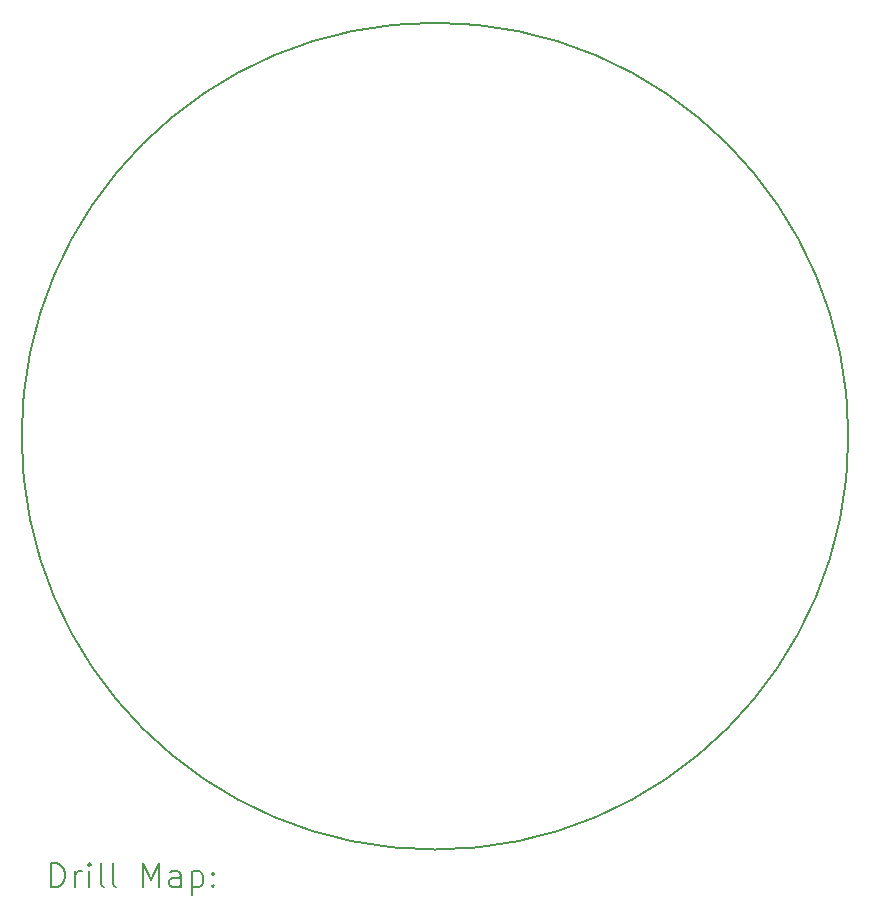
<source format=gbr>
%TF.GenerationSoftware,KiCad,Pcbnew,(6.0.7-1)-1*%
%TF.CreationDate,2022-10-21T21:52:49-07:00*%
%TF.ProjectId,ChristmasCountdown2022,43687269-7374-46d6-9173-436f756e7464,rev?*%
%TF.SameCoordinates,Original*%
%TF.FileFunction,Drillmap*%
%TF.FilePolarity,Positive*%
%FSLAX45Y45*%
G04 Gerber Fmt 4.5, Leading zero omitted, Abs format (unit mm)*
G04 Created by KiCad (PCBNEW (6.0.7-1)-1) date 2022-10-21 21:52:49*
%MOMM*%
%LPD*%
G01*
G04 APERTURE LIST*
%ADD10C,0.150000*%
%ADD11C,0.200000*%
G04 APERTURE END LIST*
D10*
X18500000Y-10000000D02*
G75*
G03*
X18500000Y-10000000I-3500000J0D01*
G01*
D11*
X11750119Y-13817976D02*
X11750119Y-13617976D01*
X11797738Y-13617976D01*
X11826309Y-13627500D01*
X11845357Y-13646548D01*
X11854881Y-13665595D01*
X11864405Y-13703690D01*
X11864405Y-13732262D01*
X11854881Y-13770357D01*
X11845357Y-13789405D01*
X11826309Y-13808452D01*
X11797738Y-13817976D01*
X11750119Y-13817976D01*
X11950119Y-13817976D02*
X11950119Y-13684643D01*
X11950119Y-13722738D02*
X11959643Y-13703690D01*
X11969167Y-13694167D01*
X11988214Y-13684643D01*
X12007262Y-13684643D01*
X12073928Y-13817976D02*
X12073928Y-13684643D01*
X12073928Y-13617976D02*
X12064405Y-13627500D01*
X12073928Y-13637024D01*
X12083452Y-13627500D01*
X12073928Y-13617976D01*
X12073928Y-13637024D01*
X12197738Y-13817976D02*
X12178690Y-13808452D01*
X12169167Y-13789405D01*
X12169167Y-13617976D01*
X12302500Y-13817976D02*
X12283452Y-13808452D01*
X12273928Y-13789405D01*
X12273928Y-13617976D01*
X12531071Y-13817976D02*
X12531071Y-13617976D01*
X12597738Y-13760833D01*
X12664405Y-13617976D01*
X12664405Y-13817976D01*
X12845357Y-13817976D02*
X12845357Y-13713214D01*
X12835833Y-13694167D01*
X12816786Y-13684643D01*
X12778690Y-13684643D01*
X12759643Y-13694167D01*
X12845357Y-13808452D02*
X12826309Y-13817976D01*
X12778690Y-13817976D01*
X12759643Y-13808452D01*
X12750119Y-13789405D01*
X12750119Y-13770357D01*
X12759643Y-13751309D01*
X12778690Y-13741786D01*
X12826309Y-13741786D01*
X12845357Y-13732262D01*
X12940595Y-13684643D02*
X12940595Y-13884643D01*
X12940595Y-13694167D02*
X12959643Y-13684643D01*
X12997738Y-13684643D01*
X13016786Y-13694167D01*
X13026309Y-13703690D01*
X13035833Y-13722738D01*
X13035833Y-13779881D01*
X13026309Y-13798928D01*
X13016786Y-13808452D01*
X12997738Y-13817976D01*
X12959643Y-13817976D01*
X12940595Y-13808452D01*
X13121548Y-13798928D02*
X13131071Y-13808452D01*
X13121548Y-13817976D01*
X13112024Y-13808452D01*
X13121548Y-13798928D01*
X13121548Y-13817976D01*
X13121548Y-13694167D02*
X13131071Y-13703690D01*
X13121548Y-13713214D01*
X13112024Y-13703690D01*
X13121548Y-13694167D01*
X13121548Y-13713214D01*
M02*

</source>
